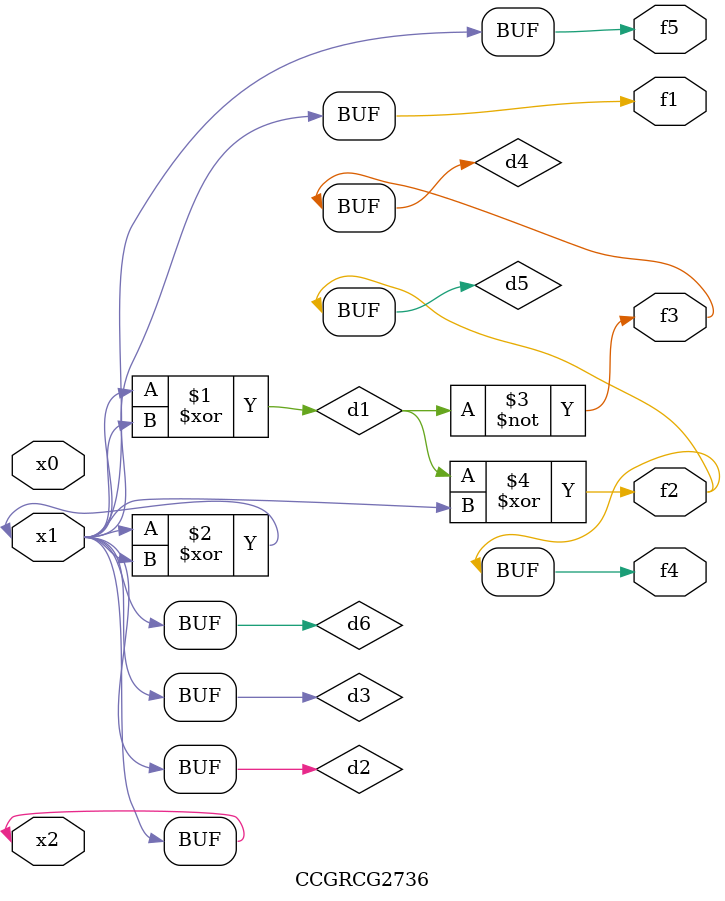
<source format=v>
module CCGRCG2736(
	input x0, x1, x2,
	output f1, f2, f3, f4, f5
);

	wire d1, d2, d3, d4, d5, d6;

	xor (d1, x1, x2);
	buf (d2, x1, x2);
	xor (d3, x1, x2);
	nor (d4, d1);
	xor (d5, d1, d2);
	buf (d6, d2, d3);
	assign f1 = d6;
	assign f2 = d5;
	assign f3 = d4;
	assign f4 = d5;
	assign f5 = d6;
endmodule

</source>
